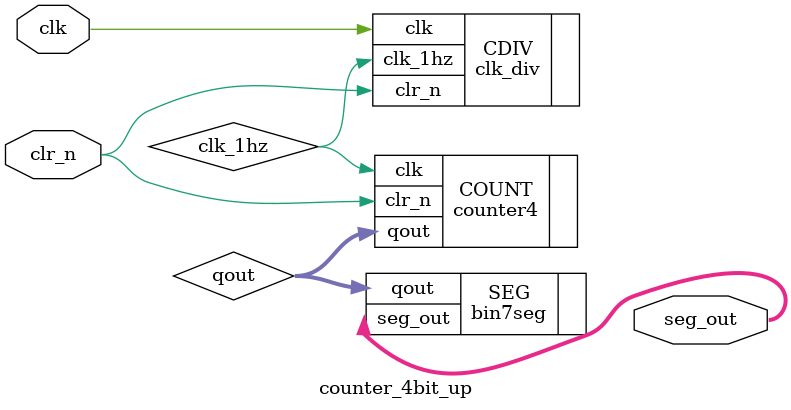
<source format=v>
module counter_4bit_up (clk,clr_n,seg_out);

input clk,clr_n;
output [6:0] seg_out;
wire [3:0] qout;
wire clk_1hz;

clk_div CDIV(.clk(clk), .clr_n(clr_n), .clk_1hz(clk_1hz));
counter4 COUNT (.clk(clk_1hz),.clr_n(clr_n),.qout(qout));	
bin7seg SEG (.qout(qout), .seg_out(seg_out));

endmodule
</source>
